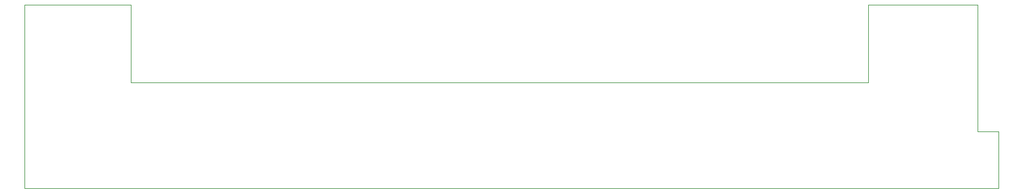
<source format=gm1>
G04*
G04 #@! TF.GenerationSoftware,Altium Limited,Altium Designer,18.1.7 (191)*
G04*
G04 Layer_Color=16711935*
%FSLAX43Y43*%
%MOMM*%
G71*
G01*
G75*
%ADD65C,0.100*%
D65*
X15000Y15000D02*
Y26000D01*
X0D02*
X15000D01*
X0Y0D02*
Y26000D01*
Y0D02*
X138000D01*
Y8000D01*
X135000D02*
X138000D01*
X135000D02*
Y26000D01*
X119500D02*
X135000D01*
X119500Y15000D02*
Y26000D01*
X15000Y15000D02*
X119500D01*
M02*

</source>
